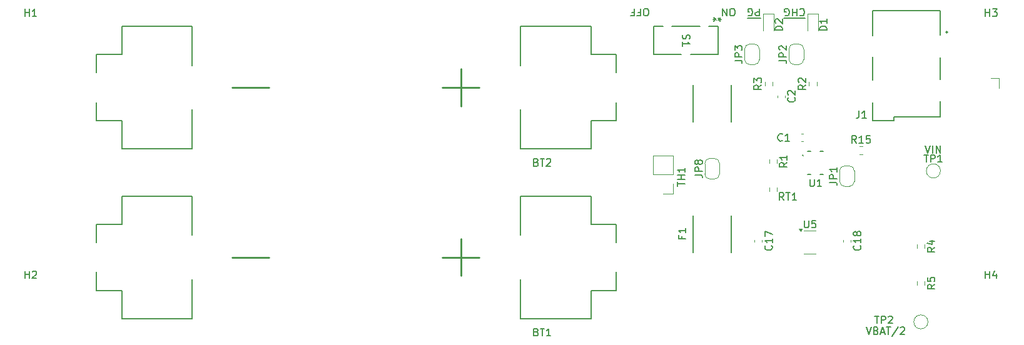
<source format=gbr>
%TF.GenerationSoftware,KiCad,Pcbnew,8.0.5*%
%TF.CreationDate,2024-12-07T16:14:34-08:00*%
%TF.ProjectId,newbatt,6e657762-6174-4742-9e6b-696361645f70,3*%
%TF.SameCoordinates,Original*%
%TF.FileFunction,Legend,Top*%
%TF.FilePolarity,Positive*%
%FSLAX46Y46*%
G04 Gerber Fmt 4.6, Leading zero omitted, Abs format (unit mm)*
G04 Created by KiCad (PCBNEW 8.0.5) date 2024-12-07 16:14:34*
%MOMM*%
%LPD*%
G01*
G04 APERTURE LIST*
%ADD10C,0.250000*%
%ADD11C,0.150000*%
%ADD12C,0.120000*%
%ADD13C,0.127000*%
%ADD14C,0.152400*%
%ADD15C,0.200000*%
G04 APERTURE END LIST*
D10*
X77750000Y-46500000D02*
X77750000Y-51500000D01*
X75250000Y-26000000D02*
X80250000Y-26000000D01*
X46750000Y-49000000D02*
X51750000Y-49000000D01*
X46750000Y-26000000D02*
X51750000Y-26000000D01*
X75250000Y-49000000D02*
X80250000Y-49000000D01*
X77750000Y-23500000D02*
X77750000Y-28500000D01*
D11*
X102902380Y-16295180D02*
X102711904Y-16295180D01*
X102711904Y-16295180D02*
X102616666Y-16247561D01*
X102616666Y-16247561D02*
X102521428Y-16152323D01*
X102521428Y-16152323D02*
X102473809Y-15961847D01*
X102473809Y-15961847D02*
X102473809Y-15628514D01*
X102473809Y-15628514D02*
X102521428Y-15438038D01*
X102521428Y-15438038D02*
X102616666Y-15342800D01*
X102616666Y-15342800D02*
X102711904Y-15295180D01*
X102711904Y-15295180D02*
X102902380Y-15295180D01*
X102902380Y-15295180D02*
X102997618Y-15342800D01*
X102997618Y-15342800D02*
X103092856Y-15438038D01*
X103092856Y-15438038D02*
X103140475Y-15628514D01*
X103140475Y-15628514D02*
X103140475Y-15961847D01*
X103140475Y-15961847D02*
X103092856Y-16152323D01*
X103092856Y-16152323D02*
X102997618Y-16247561D01*
X102997618Y-16247561D02*
X102902380Y-16295180D01*
X101711904Y-15818990D02*
X102045237Y-15818990D01*
X102045237Y-15295180D02*
X102045237Y-16295180D01*
X102045237Y-16295180D02*
X101569047Y-16295180D01*
X100854761Y-15818990D02*
X101188094Y-15818990D01*
X101188094Y-15295180D02*
X101188094Y-16295180D01*
X101188094Y-16295180D02*
X100711904Y-16295180D01*
X132607143Y-58454819D02*
X132940476Y-59454819D01*
X132940476Y-59454819D02*
X133273809Y-58454819D01*
X133940476Y-58931009D02*
X134083333Y-58978628D01*
X134083333Y-58978628D02*
X134130952Y-59026247D01*
X134130952Y-59026247D02*
X134178571Y-59121485D01*
X134178571Y-59121485D02*
X134178571Y-59264342D01*
X134178571Y-59264342D02*
X134130952Y-59359580D01*
X134130952Y-59359580D02*
X134083333Y-59407200D01*
X134083333Y-59407200D02*
X133988095Y-59454819D01*
X133988095Y-59454819D02*
X133607143Y-59454819D01*
X133607143Y-59454819D02*
X133607143Y-58454819D01*
X133607143Y-58454819D02*
X133940476Y-58454819D01*
X133940476Y-58454819D02*
X134035714Y-58502438D01*
X134035714Y-58502438D02*
X134083333Y-58550057D01*
X134083333Y-58550057D02*
X134130952Y-58645295D01*
X134130952Y-58645295D02*
X134130952Y-58740533D01*
X134130952Y-58740533D02*
X134083333Y-58835771D01*
X134083333Y-58835771D02*
X134035714Y-58883390D01*
X134035714Y-58883390D02*
X133940476Y-58931009D01*
X133940476Y-58931009D02*
X133607143Y-58931009D01*
X134559524Y-59169104D02*
X135035714Y-59169104D01*
X134464286Y-59454819D02*
X134797619Y-58454819D01*
X134797619Y-58454819D02*
X135130952Y-59454819D01*
X135321429Y-58454819D02*
X135892857Y-58454819D01*
X135607143Y-59454819D02*
X135607143Y-58454819D01*
X136940476Y-58407200D02*
X136083334Y-59692914D01*
X137226191Y-58550057D02*
X137273810Y-58502438D01*
X137273810Y-58502438D02*
X137369048Y-58454819D01*
X137369048Y-58454819D02*
X137607143Y-58454819D01*
X137607143Y-58454819D02*
X137702381Y-58502438D01*
X137702381Y-58502438D02*
X137750000Y-58550057D01*
X137750000Y-58550057D02*
X137797619Y-58645295D01*
X137797619Y-58645295D02*
X137797619Y-58740533D01*
X137797619Y-58740533D02*
X137750000Y-58883390D01*
X137750000Y-58883390D02*
X137178572Y-59454819D01*
X137178572Y-59454819D02*
X137797619Y-59454819D01*
X123614285Y-15390419D02*
X123661904Y-15342800D01*
X123661904Y-15342800D02*
X123804761Y-15295180D01*
X123804761Y-15295180D02*
X123899999Y-15295180D01*
X123899999Y-15295180D02*
X124042856Y-15342800D01*
X124042856Y-15342800D02*
X124138094Y-15438038D01*
X124138094Y-15438038D02*
X124185713Y-15533276D01*
X124185713Y-15533276D02*
X124233332Y-15723752D01*
X124233332Y-15723752D02*
X124233332Y-15866609D01*
X124233332Y-15866609D02*
X124185713Y-16057085D01*
X124185713Y-16057085D02*
X124138094Y-16152323D01*
X124138094Y-16152323D02*
X124042856Y-16247561D01*
X124042856Y-16247561D02*
X123899999Y-16295180D01*
X123899999Y-16295180D02*
X123804761Y-16295180D01*
X123804761Y-16295180D02*
X123661904Y-16247561D01*
X123661904Y-16247561D02*
X123614285Y-16199942D01*
X123185713Y-15295180D02*
X123185713Y-16295180D01*
X123185713Y-15818990D02*
X122614285Y-15818990D01*
X122614285Y-15295180D02*
X122614285Y-16295180D01*
X121614285Y-16247561D02*
X121709523Y-16295180D01*
X121709523Y-16295180D02*
X121852380Y-16295180D01*
X121852380Y-16295180D02*
X121995237Y-16247561D01*
X121995237Y-16247561D02*
X122090475Y-16152323D01*
X122090475Y-16152323D02*
X122138094Y-16057085D01*
X122138094Y-16057085D02*
X122185713Y-15866609D01*
X122185713Y-15866609D02*
X122185713Y-15723752D01*
X122185713Y-15723752D02*
X122138094Y-15533276D01*
X122138094Y-15533276D02*
X122090475Y-15438038D01*
X122090475Y-15438038D02*
X121995237Y-15342800D01*
X121995237Y-15342800D02*
X121852380Y-15295180D01*
X121852380Y-15295180D02*
X121757142Y-15295180D01*
X121757142Y-15295180D02*
X121614285Y-15342800D01*
X121614285Y-15342800D02*
X121566666Y-15390419D01*
X121566666Y-15390419D02*
X121566666Y-15723752D01*
X121566666Y-15723752D02*
X121757142Y-15723752D01*
X124323809Y-16572800D02*
X121476190Y-16572800D01*
X140604762Y-33854819D02*
X140938095Y-34854819D01*
X140938095Y-34854819D02*
X141271428Y-33854819D01*
X141604762Y-34854819D02*
X141604762Y-33854819D01*
X142080952Y-34854819D02*
X142080952Y-33854819D01*
X142080952Y-33854819D02*
X142652380Y-34854819D01*
X142652380Y-34854819D02*
X142652380Y-33854819D01*
X114569047Y-16295180D02*
X114378571Y-16295180D01*
X114378571Y-16295180D02*
X114283333Y-16247561D01*
X114283333Y-16247561D02*
X114188095Y-16152323D01*
X114188095Y-16152323D02*
X114140476Y-15961847D01*
X114140476Y-15961847D02*
X114140476Y-15628514D01*
X114140476Y-15628514D02*
X114188095Y-15438038D01*
X114188095Y-15438038D02*
X114283333Y-15342800D01*
X114283333Y-15342800D02*
X114378571Y-15295180D01*
X114378571Y-15295180D02*
X114569047Y-15295180D01*
X114569047Y-15295180D02*
X114664285Y-15342800D01*
X114664285Y-15342800D02*
X114759523Y-15438038D01*
X114759523Y-15438038D02*
X114807142Y-15628514D01*
X114807142Y-15628514D02*
X114807142Y-15961847D01*
X114807142Y-15961847D02*
X114759523Y-16152323D01*
X114759523Y-16152323D02*
X114664285Y-16247561D01*
X114664285Y-16247561D02*
X114569047Y-16295180D01*
X113711904Y-15295180D02*
X113711904Y-16295180D01*
X113711904Y-16295180D02*
X113140476Y-15295180D01*
X113140476Y-15295180D02*
X113140476Y-16295180D01*
X118161904Y-15295180D02*
X118161904Y-16295180D01*
X118161904Y-16295180D02*
X117780952Y-16295180D01*
X117780952Y-16295180D02*
X117685714Y-16247561D01*
X117685714Y-16247561D02*
X117638095Y-16199942D01*
X117638095Y-16199942D02*
X117590476Y-16104704D01*
X117590476Y-16104704D02*
X117590476Y-15961847D01*
X117590476Y-15961847D02*
X117638095Y-15866609D01*
X117638095Y-15866609D02*
X117685714Y-15818990D01*
X117685714Y-15818990D02*
X117780952Y-15771371D01*
X117780952Y-15771371D02*
X118161904Y-15771371D01*
X116638095Y-16247561D02*
X116733333Y-16295180D01*
X116733333Y-16295180D02*
X116876190Y-16295180D01*
X116876190Y-16295180D02*
X117019047Y-16247561D01*
X117019047Y-16247561D02*
X117114285Y-16152323D01*
X117114285Y-16152323D02*
X117161904Y-16057085D01*
X117161904Y-16057085D02*
X117209523Y-15866609D01*
X117209523Y-15866609D02*
X117209523Y-15723752D01*
X117209523Y-15723752D02*
X117161904Y-15533276D01*
X117161904Y-15533276D02*
X117114285Y-15438038D01*
X117114285Y-15438038D02*
X117019047Y-15342800D01*
X117019047Y-15342800D02*
X116876190Y-15295180D01*
X116876190Y-15295180D02*
X116780952Y-15295180D01*
X116780952Y-15295180D02*
X116638095Y-15342800D01*
X116638095Y-15342800D02*
X116590476Y-15390419D01*
X116590476Y-15390419D02*
X116590476Y-15723752D01*
X116590476Y-15723752D02*
X116780952Y-15723752D01*
X118300000Y-16572800D02*
X116500000Y-16572800D01*
X133738095Y-56954819D02*
X134309523Y-56954819D01*
X134023809Y-57954819D02*
X134023809Y-56954819D01*
X134642857Y-57954819D02*
X134642857Y-56954819D01*
X134642857Y-56954819D02*
X135023809Y-56954819D01*
X135023809Y-56954819D02*
X135119047Y-57002438D01*
X135119047Y-57002438D02*
X135166666Y-57050057D01*
X135166666Y-57050057D02*
X135214285Y-57145295D01*
X135214285Y-57145295D02*
X135214285Y-57288152D01*
X135214285Y-57288152D02*
X135166666Y-57383390D01*
X135166666Y-57383390D02*
X135119047Y-57431009D01*
X135119047Y-57431009D02*
X135023809Y-57478628D01*
X135023809Y-57478628D02*
X134642857Y-57478628D01*
X135595238Y-57050057D02*
X135642857Y-57002438D01*
X135642857Y-57002438D02*
X135738095Y-56954819D01*
X135738095Y-56954819D02*
X135976190Y-56954819D01*
X135976190Y-56954819D02*
X136071428Y-57002438D01*
X136071428Y-57002438D02*
X136119047Y-57050057D01*
X136119047Y-57050057D02*
X136166666Y-57145295D01*
X136166666Y-57145295D02*
X136166666Y-57240533D01*
X136166666Y-57240533D02*
X136119047Y-57383390D01*
X136119047Y-57383390D02*
X135547619Y-57954819D01*
X135547619Y-57954819D02*
X136166666Y-57954819D01*
X109404819Y-37833333D02*
X110119104Y-37833333D01*
X110119104Y-37833333D02*
X110261961Y-37880952D01*
X110261961Y-37880952D02*
X110357200Y-37976190D01*
X110357200Y-37976190D02*
X110404819Y-38119047D01*
X110404819Y-38119047D02*
X110404819Y-38214285D01*
X110404819Y-37357142D02*
X109404819Y-37357142D01*
X109404819Y-37357142D02*
X109404819Y-36976190D01*
X109404819Y-36976190D02*
X109452438Y-36880952D01*
X109452438Y-36880952D02*
X109500057Y-36833333D01*
X109500057Y-36833333D02*
X109595295Y-36785714D01*
X109595295Y-36785714D02*
X109738152Y-36785714D01*
X109738152Y-36785714D02*
X109833390Y-36833333D01*
X109833390Y-36833333D02*
X109881009Y-36880952D01*
X109881009Y-36880952D02*
X109928628Y-36976190D01*
X109928628Y-36976190D02*
X109928628Y-37357142D01*
X109833390Y-36214285D02*
X109785771Y-36309523D01*
X109785771Y-36309523D02*
X109738152Y-36357142D01*
X109738152Y-36357142D02*
X109642914Y-36404761D01*
X109642914Y-36404761D02*
X109595295Y-36404761D01*
X109595295Y-36404761D02*
X109500057Y-36357142D01*
X109500057Y-36357142D02*
X109452438Y-36309523D01*
X109452438Y-36309523D02*
X109404819Y-36214285D01*
X109404819Y-36214285D02*
X109404819Y-36023809D01*
X109404819Y-36023809D02*
X109452438Y-35928571D01*
X109452438Y-35928571D02*
X109500057Y-35880952D01*
X109500057Y-35880952D02*
X109595295Y-35833333D01*
X109595295Y-35833333D02*
X109642914Y-35833333D01*
X109642914Y-35833333D02*
X109738152Y-35880952D01*
X109738152Y-35880952D02*
X109785771Y-35928571D01*
X109785771Y-35928571D02*
X109833390Y-36023809D01*
X109833390Y-36023809D02*
X109833390Y-36214285D01*
X109833390Y-36214285D02*
X109881009Y-36309523D01*
X109881009Y-36309523D02*
X109928628Y-36357142D01*
X109928628Y-36357142D02*
X110023866Y-36404761D01*
X110023866Y-36404761D02*
X110214342Y-36404761D01*
X110214342Y-36404761D02*
X110309580Y-36357142D01*
X110309580Y-36357142D02*
X110357200Y-36309523D01*
X110357200Y-36309523D02*
X110404819Y-36214285D01*
X110404819Y-36214285D02*
X110404819Y-36023809D01*
X110404819Y-36023809D02*
X110357200Y-35928571D01*
X110357200Y-35928571D02*
X110309580Y-35880952D01*
X110309580Y-35880952D02*
X110214342Y-35833333D01*
X110214342Y-35833333D02*
X110023866Y-35833333D01*
X110023866Y-35833333D02*
X109928628Y-35880952D01*
X109928628Y-35880952D02*
X109881009Y-35928571D01*
X109881009Y-35928571D02*
X109833390Y-36023809D01*
X107666009Y-46138333D02*
X107666009Y-46471666D01*
X108189819Y-46471666D02*
X107189819Y-46471666D01*
X107189819Y-46471666D02*
X107189819Y-45995476D01*
X108189819Y-45090714D02*
X108189819Y-45662142D01*
X108189819Y-45376428D02*
X107189819Y-45376428D01*
X107189819Y-45376428D02*
X107332676Y-45471666D01*
X107332676Y-45471666D02*
X107427914Y-45566904D01*
X107427914Y-45566904D02*
X107475533Y-45662142D01*
X148738095Y-51854819D02*
X148738095Y-50854819D01*
X148738095Y-51331009D02*
X149309523Y-51331009D01*
X149309523Y-51854819D02*
X149309523Y-50854819D01*
X150214285Y-51188152D02*
X150214285Y-51854819D01*
X149976190Y-50807200D02*
X149738095Y-51521485D01*
X149738095Y-51521485D02*
X150357142Y-51521485D01*
X18738095Y-16354819D02*
X18738095Y-15354819D01*
X18738095Y-15831009D02*
X19309523Y-15831009D01*
X19309523Y-16354819D02*
X19309523Y-15354819D01*
X20309523Y-16354819D02*
X19738095Y-16354819D01*
X20023809Y-16354819D02*
X20023809Y-15354819D01*
X20023809Y-15354819D02*
X19928571Y-15497676D01*
X19928571Y-15497676D02*
X19833333Y-15592914D01*
X19833333Y-15592914D02*
X19738095Y-15640533D01*
X107792800Y-18854295D02*
X107745180Y-18997152D01*
X107745180Y-18997152D02*
X107745180Y-19235247D01*
X107745180Y-19235247D02*
X107792800Y-19330485D01*
X107792800Y-19330485D02*
X107840419Y-19378104D01*
X107840419Y-19378104D02*
X107935657Y-19425723D01*
X107935657Y-19425723D02*
X108030895Y-19425723D01*
X108030895Y-19425723D02*
X108126133Y-19378104D01*
X108126133Y-19378104D02*
X108173752Y-19330485D01*
X108173752Y-19330485D02*
X108221371Y-19235247D01*
X108221371Y-19235247D02*
X108268990Y-19044771D01*
X108268990Y-19044771D02*
X108316609Y-18949533D01*
X108316609Y-18949533D02*
X108364228Y-18901914D01*
X108364228Y-18901914D02*
X108459466Y-18854295D01*
X108459466Y-18854295D02*
X108554704Y-18854295D01*
X108554704Y-18854295D02*
X108649942Y-18901914D01*
X108649942Y-18901914D02*
X108697561Y-18949533D01*
X108697561Y-18949533D02*
X108745180Y-19044771D01*
X108745180Y-19044771D02*
X108745180Y-19282866D01*
X108745180Y-19282866D02*
X108697561Y-19425723D01*
X107745180Y-20378104D02*
X107745180Y-19806676D01*
X107745180Y-20092390D02*
X108745180Y-20092390D01*
X108745180Y-20092390D02*
X108602323Y-19997152D01*
X108602323Y-19997152D02*
X108507085Y-19901914D01*
X108507085Y-19901914D02*
X108459466Y-19806676D01*
X112946980Y-16746000D02*
X112708885Y-16746000D01*
X112804123Y-16507905D02*
X112708885Y-16746000D01*
X112708885Y-16746000D02*
X112804123Y-16984095D01*
X112518409Y-16603143D02*
X112708885Y-16746000D01*
X112708885Y-16746000D02*
X112518409Y-16888857D01*
X111856619Y-16745999D02*
X112094714Y-16745999D01*
X111999476Y-16984094D02*
X112094714Y-16745999D01*
X112094714Y-16745999D02*
X111999476Y-16507904D01*
X112285190Y-16888856D02*
X112094714Y-16745999D01*
X112094714Y-16745999D02*
X112285190Y-16603142D01*
X124424819Y-25666666D02*
X123948628Y-25999999D01*
X124424819Y-26238094D02*
X123424819Y-26238094D01*
X123424819Y-26238094D02*
X123424819Y-25857142D01*
X123424819Y-25857142D02*
X123472438Y-25761904D01*
X123472438Y-25761904D02*
X123520057Y-25714285D01*
X123520057Y-25714285D02*
X123615295Y-25666666D01*
X123615295Y-25666666D02*
X123758152Y-25666666D01*
X123758152Y-25666666D02*
X123853390Y-25714285D01*
X123853390Y-25714285D02*
X123901009Y-25761904D01*
X123901009Y-25761904D02*
X123948628Y-25857142D01*
X123948628Y-25857142D02*
X123948628Y-26238094D01*
X123520057Y-25285713D02*
X123472438Y-25238094D01*
X123472438Y-25238094D02*
X123424819Y-25142856D01*
X123424819Y-25142856D02*
X123424819Y-24904761D01*
X123424819Y-24904761D02*
X123472438Y-24809523D01*
X123472438Y-24809523D02*
X123520057Y-24761904D01*
X123520057Y-24761904D02*
X123615295Y-24714285D01*
X123615295Y-24714285D02*
X123710533Y-24714285D01*
X123710533Y-24714285D02*
X123853390Y-24761904D01*
X123853390Y-24761904D02*
X124424819Y-25333332D01*
X124424819Y-25333332D02*
X124424819Y-24714285D01*
X87949285Y-36121009D02*
X88092142Y-36168628D01*
X88092142Y-36168628D02*
X88139761Y-36216247D01*
X88139761Y-36216247D02*
X88187380Y-36311485D01*
X88187380Y-36311485D02*
X88187380Y-36454342D01*
X88187380Y-36454342D02*
X88139761Y-36549580D01*
X88139761Y-36549580D02*
X88092142Y-36597200D01*
X88092142Y-36597200D02*
X87996904Y-36644819D01*
X87996904Y-36644819D02*
X87615952Y-36644819D01*
X87615952Y-36644819D02*
X87615952Y-35644819D01*
X87615952Y-35644819D02*
X87949285Y-35644819D01*
X87949285Y-35644819D02*
X88044523Y-35692438D01*
X88044523Y-35692438D02*
X88092142Y-35740057D01*
X88092142Y-35740057D02*
X88139761Y-35835295D01*
X88139761Y-35835295D02*
X88139761Y-35930533D01*
X88139761Y-35930533D02*
X88092142Y-36025771D01*
X88092142Y-36025771D02*
X88044523Y-36073390D01*
X88044523Y-36073390D02*
X87949285Y-36121009D01*
X87949285Y-36121009D02*
X87615952Y-36121009D01*
X88473095Y-35644819D02*
X89044523Y-35644819D01*
X88758809Y-36644819D02*
X88758809Y-35644819D01*
X89330238Y-35740057D02*
X89377857Y-35692438D01*
X89377857Y-35692438D02*
X89473095Y-35644819D01*
X89473095Y-35644819D02*
X89711190Y-35644819D01*
X89711190Y-35644819D02*
X89806428Y-35692438D01*
X89806428Y-35692438D02*
X89854047Y-35740057D01*
X89854047Y-35740057D02*
X89901666Y-35835295D01*
X89901666Y-35835295D02*
X89901666Y-35930533D01*
X89901666Y-35930533D02*
X89854047Y-36073390D01*
X89854047Y-36073390D02*
X89282619Y-36644819D01*
X89282619Y-36644819D02*
X89901666Y-36644819D01*
X87949285Y-59121009D02*
X88092142Y-59168628D01*
X88092142Y-59168628D02*
X88139761Y-59216247D01*
X88139761Y-59216247D02*
X88187380Y-59311485D01*
X88187380Y-59311485D02*
X88187380Y-59454342D01*
X88187380Y-59454342D02*
X88139761Y-59549580D01*
X88139761Y-59549580D02*
X88092142Y-59597200D01*
X88092142Y-59597200D02*
X87996904Y-59644819D01*
X87996904Y-59644819D02*
X87615952Y-59644819D01*
X87615952Y-59644819D02*
X87615952Y-58644819D01*
X87615952Y-58644819D02*
X87949285Y-58644819D01*
X87949285Y-58644819D02*
X88044523Y-58692438D01*
X88044523Y-58692438D02*
X88092142Y-58740057D01*
X88092142Y-58740057D02*
X88139761Y-58835295D01*
X88139761Y-58835295D02*
X88139761Y-58930533D01*
X88139761Y-58930533D02*
X88092142Y-59025771D01*
X88092142Y-59025771D02*
X88044523Y-59073390D01*
X88044523Y-59073390D02*
X87949285Y-59121009D01*
X87949285Y-59121009D02*
X87615952Y-59121009D01*
X88473095Y-58644819D02*
X89044523Y-58644819D01*
X88758809Y-59644819D02*
X88758809Y-58644819D01*
X89901666Y-59644819D02*
X89330238Y-59644819D01*
X89615952Y-59644819D02*
X89615952Y-58644819D01*
X89615952Y-58644819D02*
X89520714Y-58787676D01*
X89520714Y-58787676D02*
X89425476Y-58882914D01*
X89425476Y-58882914D02*
X89330238Y-58930533D01*
X124238095Y-44004819D02*
X124238095Y-44814342D01*
X124238095Y-44814342D02*
X124285714Y-44909580D01*
X124285714Y-44909580D02*
X124333333Y-44957200D01*
X124333333Y-44957200D02*
X124428571Y-45004819D01*
X124428571Y-45004819D02*
X124619047Y-45004819D01*
X124619047Y-45004819D02*
X124714285Y-44957200D01*
X124714285Y-44957200D02*
X124761904Y-44909580D01*
X124761904Y-44909580D02*
X124809523Y-44814342D01*
X124809523Y-44814342D02*
X124809523Y-44004819D01*
X125761904Y-44004819D02*
X125285714Y-44004819D01*
X125285714Y-44004819D02*
X125238095Y-44481009D01*
X125238095Y-44481009D02*
X125285714Y-44433390D01*
X125285714Y-44433390D02*
X125380952Y-44385771D01*
X125380952Y-44385771D02*
X125619047Y-44385771D01*
X125619047Y-44385771D02*
X125714285Y-44433390D01*
X125714285Y-44433390D02*
X125761904Y-44481009D01*
X125761904Y-44481009D02*
X125809523Y-44576247D01*
X125809523Y-44576247D02*
X125809523Y-44814342D01*
X125809523Y-44814342D02*
X125761904Y-44909580D01*
X125761904Y-44909580D02*
X125714285Y-44957200D01*
X125714285Y-44957200D02*
X125619047Y-45004819D01*
X125619047Y-45004819D02*
X125380952Y-45004819D01*
X125380952Y-45004819D02*
X125285714Y-44957200D01*
X125285714Y-44957200D02*
X125238095Y-44909580D01*
X127654819Y-38833333D02*
X128369104Y-38833333D01*
X128369104Y-38833333D02*
X128511961Y-38880952D01*
X128511961Y-38880952D02*
X128607200Y-38976190D01*
X128607200Y-38976190D02*
X128654819Y-39119047D01*
X128654819Y-39119047D02*
X128654819Y-39214285D01*
X128654819Y-38357142D02*
X127654819Y-38357142D01*
X127654819Y-38357142D02*
X127654819Y-37976190D01*
X127654819Y-37976190D02*
X127702438Y-37880952D01*
X127702438Y-37880952D02*
X127750057Y-37833333D01*
X127750057Y-37833333D02*
X127845295Y-37785714D01*
X127845295Y-37785714D02*
X127988152Y-37785714D01*
X127988152Y-37785714D02*
X128083390Y-37833333D01*
X128083390Y-37833333D02*
X128131009Y-37880952D01*
X128131009Y-37880952D02*
X128178628Y-37976190D01*
X128178628Y-37976190D02*
X128178628Y-38357142D01*
X128654819Y-36833333D02*
X128654819Y-37404761D01*
X128654819Y-37119047D02*
X127654819Y-37119047D01*
X127654819Y-37119047D02*
X127797676Y-37214285D01*
X127797676Y-37214285D02*
X127892914Y-37309523D01*
X127892914Y-37309523D02*
X127940533Y-37404761D01*
X148738095Y-16354819D02*
X148738095Y-15354819D01*
X148738095Y-15831009D02*
X149309523Y-15831009D01*
X149309523Y-16354819D02*
X149309523Y-15354819D01*
X149690476Y-15354819D02*
X150309523Y-15354819D01*
X150309523Y-15354819D02*
X149976190Y-15735771D01*
X149976190Y-15735771D02*
X150119047Y-15735771D01*
X150119047Y-15735771D02*
X150214285Y-15783390D01*
X150214285Y-15783390D02*
X150261904Y-15831009D01*
X150261904Y-15831009D02*
X150309523Y-15926247D01*
X150309523Y-15926247D02*
X150309523Y-16164342D01*
X150309523Y-16164342D02*
X150261904Y-16259580D01*
X150261904Y-16259580D02*
X150214285Y-16307200D01*
X150214285Y-16307200D02*
X150119047Y-16354819D01*
X150119047Y-16354819D02*
X149833333Y-16354819D01*
X149833333Y-16354819D02*
X149738095Y-16307200D01*
X149738095Y-16307200D02*
X149690476Y-16259580D01*
X122889580Y-27366666D02*
X122937200Y-27414285D01*
X122937200Y-27414285D02*
X122984819Y-27557142D01*
X122984819Y-27557142D02*
X122984819Y-27652380D01*
X122984819Y-27652380D02*
X122937200Y-27795237D01*
X122937200Y-27795237D02*
X122841961Y-27890475D01*
X122841961Y-27890475D02*
X122746723Y-27938094D01*
X122746723Y-27938094D02*
X122556247Y-27985713D01*
X122556247Y-27985713D02*
X122413390Y-27985713D01*
X122413390Y-27985713D02*
X122222914Y-27938094D01*
X122222914Y-27938094D02*
X122127676Y-27890475D01*
X122127676Y-27890475D02*
X122032438Y-27795237D01*
X122032438Y-27795237D02*
X121984819Y-27652380D01*
X121984819Y-27652380D02*
X121984819Y-27557142D01*
X121984819Y-27557142D02*
X122032438Y-27414285D01*
X122032438Y-27414285D02*
X122080057Y-27366666D01*
X122080057Y-26985713D02*
X122032438Y-26938094D01*
X122032438Y-26938094D02*
X121984819Y-26842856D01*
X121984819Y-26842856D02*
X121984819Y-26604761D01*
X121984819Y-26604761D02*
X122032438Y-26509523D01*
X122032438Y-26509523D02*
X122080057Y-26461904D01*
X122080057Y-26461904D02*
X122175295Y-26414285D01*
X122175295Y-26414285D02*
X122270533Y-26414285D01*
X122270533Y-26414285D02*
X122413390Y-26461904D01*
X122413390Y-26461904D02*
X122984819Y-27033332D01*
X122984819Y-27033332D02*
X122984819Y-26414285D01*
X121258333Y-33159580D02*
X121210714Y-33207200D01*
X121210714Y-33207200D02*
X121067857Y-33254819D01*
X121067857Y-33254819D02*
X120972619Y-33254819D01*
X120972619Y-33254819D02*
X120829762Y-33207200D01*
X120829762Y-33207200D02*
X120734524Y-33111961D01*
X120734524Y-33111961D02*
X120686905Y-33016723D01*
X120686905Y-33016723D02*
X120639286Y-32826247D01*
X120639286Y-32826247D02*
X120639286Y-32683390D01*
X120639286Y-32683390D02*
X120686905Y-32492914D01*
X120686905Y-32492914D02*
X120734524Y-32397676D01*
X120734524Y-32397676D02*
X120829762Y-32302438D01*
X120829762Y-32302438D02*
X120972619Y-32254819D01*
X120972619Y-32254819D02*
X121067857Y-32254819D01*
X121067857Y-32254819D02*
X121210714Y-32302438D01*
X121210714Y-32302438D02*
X121258333Y-32350057D01*
X122210714Y-33254819D02*
X121639286Y-33254819D01*
X121925000Y-33254819D02*
X121925000Y-32254819D01*
X121925000Y-32254819D02*
X121829762Y-32397676D01*
X121829762Y-32397676D02*
X121734524Y-32492914D01*
X121734524Y-32492914D02*
X121639286Y-32540533D01*
X121884819Y-36166666D02*
X121408628Y-36499999D01*
X121884819Y-36738094D02*
X120884819Y-36738094D01*
X120884819Y-36738094D02*
X120884819Y-36357142D01*
X120884819Y-36357142D02*
X120932438Y-36261904D01*
X120932438Y-36261904D02*
X120980057Y-36214285D01*
X120980057Y-36214285D02*
X121075295Y-36166666D01*
X121075295Y-36166666D02*
X121218152Y-36166666D01*
X121218152Y-36166666D02*
X121313390Y-36214285D01*
X121313390Y-36214285D02*
X121361009Y-36261904D01*
X121361009Y-36261904D02*
X121408628Y-36357142D01*
X121408628Y-36357142D02*
X121408628Y-36738094D01*
X121884819Y-35214285D02*
X121884819Y-35785713D01*
X121884819Y-35499999D02*
X120884819Y-35499999D01*
X120884819Y-35499999D02*
X121027676Y-35595237D01*
X121027676Y-35595237D02*
X121122914Y-35690475D01*
X121122914Y-35690475D02*
X121170533Y-35785713D01*
X119789580Y-47417857D02*
X119837200Y-47465476D01*
X119837200Y-47465476D02*
X119884819Y-47608333D01*
X119884819Y-47608333D02*
X119884819Y-47703571D01*
X119884819Y-47703571D02*
X119837200Y-47846428D01*
X119837200Y-47846428D02*
X119741961Y-47941666D01*
X119741961Y-47941666D02*
X119646723Y-47989285D01*
X119646723Y-47989285D02*
X119456247Y-48036904D01*
X119456247Y-48036904D02*
X119313390Y-48036904D01*
X119313390Y-48036904D02*
X119122914Y-47989285D01*
X119122914Y-47989285D02*
X119027676Y-47941666D01*
X119027676Y-47941666D02*
X118932438Y-47846428D01*
X118932438Y-47846428D02*
X118884819Y-47703571D01*
X118884819Y-47703571D02*
X118884819Y-47608333D01*
X118884819Y-47608333D02*
X118932438Y-47465476D01*
X118932438Y-47465476D02*
X118980057Y-47417857D01*
X119884819Y-46465476D02*
X119884819Y-47036904D01*
X119884819Y-46751190D02*
X118884819Y-46751190D01*
X118884819Y-46751190D02*
X119027676Y-46846428D01*
X119027676Y-46846428D02*
X119122914Y-46941666D01*
X119122914Y-46941666D02*
X119170533Y-47036904D01*
X118884819Y-46132142D02*
X118884819Y-45465476D01*
X118884819Y-45465476D02*
X119884819Y-45894047D01*
X114804819Y-22333333D02*
X115519104Y-22333333D01*
X115519104Y-22333333D02*
X115661961Y-22380952D01*
X115661961Y-22380952D02*
X115757200Y-22476190D01*
X115757200Y-22476190D02*
X115804819Y-22619047D01*
X115804819Y-22619047D02*
X115804819Y-22714285D01*
X115804819Y-21857142D02*
X114804819Y-21857142D01*
X114804819Y-21857142D02*
X114804819Y-21476190D01*
X114804819Y-21476190D02*
X114852438Y-21380952D01*
X114852438Y-21380952D02*
X114900057Y-21333333D01*
X114900057Y-21333333D02*
X114995295Y-21285714D01*
X114995295Y-21285714D02*
X115138152Y-21285714D01*
X115138152Y-21285714D02*
X115233390Y-21333333D01*
X115233390Y-21333333D02*
X115281009Y-21380952D01*
X115281009Y-21380952D02*
X115328628Y-21476190D01*
X115328628Y-21476190D02*
X115328628Y-21857142D01*
X114804819Y-20952380D02*
X114804819Y-20333333D01*
X114804819Y-20333333D02*
X115185771Y-20666666D01*
X115185771Y-20666666D02*
X115185771Y-20523809D01*
X115185771Y-20523809D02*
X115233390Y-20428571D01*
X115233390Y-20428571D02*
X115281009Y-20380952D01*
X115281009Y-20380952D02*
X115376247Y-20333333D01*
X115376247Y-20333333D02*
X115614342Y-20333333D01*
X115614342Y-20333333D02*
X115709580Y-20380952D01*
X115709580Y-20380952D02*
X115757200Y-20428571D01*
X115757200Y-20428571D02*
X115804819Y-20523809D01*
X115804819Y-20523809D02*
X115804819Y-20809523D01*
X115804819Y-20809523D02*
X115757200Y-20904761D01*
X115757200Y-20904761D02*
X115709580Y-20952380D01*
X140438095Y-35106819D02*
X141009523Y-35106819D01*
X140723809Y-36106819D02*
X140723809Y-35106819D01*
X141342857Y-36106819D02*
X141342857Y-35106819D01*
X141342857Y-35106819D02*
X141723809Y-35106819D01*
X141723809Y-35106819D02*
X141819047Y-35154438D01*
X141819047Y-35154438D02*
X141866666Y-35202057D01*
X141866666Y-35202057D02*
X141914285Y-35297295D01*
X141914285Y-35297295D02*
X141914285Y-35440152D01*
X141914285Y-35440152D02*
X141866666Y-35535390D01*
X141866666Y-35535390D02*
X141819047Y-35583009D01*
X141819047Y-35583009D02*
X141723809Y-35630628D01*
X141723809Y-35630628D02*
X141342857Y-35630628D01*
X142866666Y-36106819D02*
X142295238Y-36106819D01*
X142580952Y-36106819D02*
X142580952Y-35106819D01*
X142580952Y-35106819D02*
X142485714Y-35249676D01*
X142485714Y-35249676D02*
X142390476Y-35344914D01*
X142390476Y-35344914D02*
X142295238Y-35392533D01*
X121284819Y-18238094D02*
X120284819Y-18238094D01*
X120284819Y-18238094D02*
X120284819Y-17999999D01*
X120284819Y-17999999D02*
X120332438Y-17857142D01*
X120332438Y-17857142D02*
X120427676Y-17761904D01*
X120427676Y-17761904D02*
X120522914Y-17714285D01*
X120522914Y-17714285D02*
X120713390Y-17666666D01*
X120713390Y-17666666D02*
X120856247Y-17666666D01*
X120856247Y-17666666D02*
X121046723Y-17714285D01*
X121046723Y-17714285D02*
X121141961Y-17761904D01*
X121141961Y-17761904D02*
X121237200Y-17857142D01*
X121237200Y-17857142D02*
X121284819Y-17999999D01*
X121284819Y-17999999D02*
X121284819Y-18238094D01*
X120380057Y-17285713D02*
X120332438Y-17238094D01*
X120332438Y-17238094D02*
X120284819Y-17142856D01*
X120284819Y-17142856D02*
X120284819Y-16904761D01*
X120284819Y-16904761D02*
X120332438Y-16809523D01*
X120332438Y-16809523D02*
X120380057Y-16761904D01*
X120380057Y-16761904D02*
X120475295Y-16714285D01*
X120475295Y-16714285D02*
X120570533Y-16714285D01*
X120570533Y-16714285D02*
X120713390Y-16761904D01*
X120713390Y-16761904D02*
X121284819Y-17333332D01*
X121284819Y-17333332D02*
X121284819Y-16714285D01*
X121452380Y-41254819D02*
X121119047Y-40778628D01*
X120880952Y-41254819D02*
X120880952Y-40254819D01*
X120880952Y-40254819D02*
X121261904Y-40254819D01*
X121261904Y-40254819D02*
X121357142Y-40302438D01*
X121357142Y-40302438D02*
X121404761Y-40350057D01*
X121404761Y-40350057D02*
X121452380Y-40445295D01*
X121452380Y-40445295D02*
X121452380Y-40588152D01*
X121452380Y-40588152D02*
X121404761Y-40683390D01*
X121404761Y-40683390D02*
X121357142Y-40731009D01*
X121357142Y-40731009D02*
X121261904Y-40778628D01*
X121261904Y-40778628D02*
X120880952Y-40778628D01*
X121738095Y-40254819D02*
X122309523Y-40254819D01*
X122023809Y-41254819D02*
X122023809Y-40254819D01*
X123166666Y-41254819D02*
X122595238Y-41254819D01*
X122880952Y-41254819D02*
X122880952Y-40254819D01*
X122880952Y-40254819D02*
X122785714Y-40397676D01*
X122785714Y-40397676D02*
X122690476Y-40492914D01*
X122690476Y-40492914D02*
X122595238Y-40540533D01*
X131616666Y-29154819D02*
X131616666Y-29869104D01*
X131616666Y-29869104D02*
X131569047Y-30011961D01*
X131569047Y-30011961D02*
X131473809Y-30107200D01*
X131473809Y-30107200D02*
X131330952Y-30154819D01*
X131330952Y-30154819D02*
X131235714Y-30154819D01*
X132616666Y-30154819D02*
X132045238Y-30154819D01*
X132330952Y-30154819D02*
X132330952Y-29154819D01*
X132330952Y-29154819D02*
X132235714Y-29297676D01*
X132235714Y-29297676D02*
X132140476Y-29392914D01*
X132140476Y-29392914D02*
X132045238Y-29440533D01*
X124988095Y-38417419D02*
X124988095Y-39226942D01*
X124988095Y-39226942D02*
X125035714Y-39322180D01*
X125035714Y-39322180D02*
X125083333Y-39369800D01*
X125083333Y-39369800D02*
X125178571Y-39417419D01*
X125178571Y-39417419D02*
X125369047Y-39417419D01*
X125369047Y-39417419D02*
X125464285Y-39369800D01*
X125464285Y-39369800D02*
X125511904Y-39322180D01*
X125511904Y-39322180D02*
X125559523Y-39226942D01*
X125559523Y-39226942D02*
X125559523Y-38417419D01*
X126559523Y-39417419D02*
X125988095Y-39417419D01*
X126273809Y-39417419D02*
X126273809Y-38417419D01*
X126273809Y-38417419D02*
X126178571Y-38560276D01*
X126178571Y-38560276D02*
X126083333Y-38655514D01*
X126083333Y-38655514D02*
X125988095Y-38703133D01*
X118424819Y-25666666D02*
X117948628Y-25999999D01*
X118424819Y-26238094D02*
X117424819Y-26238094D01*
X117424819Y-26238094D02*
X117424819Y-25857142D01*
X117424819Y-25857142D02*
X117472438Y-25761904D01*
X117472438Y-25761904D02*
X117520057Y-25714285D01*
X117520057Y-25714285D02*
X117615295Y-25666666D01*
X117615295Y-25666666D02*
X117758152Y-25666666D01*
X117758152Y-25666666D02*
X117853390Y-25714285D01*
X117853390Y-25714285D02*
X117901009Y-25761904D01*
X117901009Y-25761904D02*
X117948628Y-25857142D01*
X117948628Y-25857142D02*
X117948628Y-26238094D01*
X117424819Y-25333332D02*
X117424819Y-24714285D01*
X117424819Y-24714285D02*
X117805771Y-25047618D01*
X117805771Y-25047618D02*
X117805771Y-24904761D01*
X117805771Y-24904761D02*
X117853390Y-24809523D01*
X117853390Y-24809523D02*
X117901009Y-24761904D01*
X117901009Y-24761904D02*
X117996247Y-24714285D01*
X117996247Y-24714285D02*
X118234342Y-24714285D01*
X118234342Y-24714285D02*
X118329580Y-24761904D01*
X118329580Y-24761904D02*
X118377200Y-24809523D01*
X118377200Y-24809523D02*
X118424819Y-24904761D01*
X118424819Y-24904761D02*
X118424819Y-25190475D01*
X118424819Y-25190475D02*
X118377200Y-25285713D01*
X118377200Y-25285713D02*
X118329580Y-25333332D01*
X120804819Y-22333333D02*
X121519104Y-22333333D01*
X121519104Y-22333333D02*
X121661961Y-22380952D01*
X121661961Y-22380952D02*
X121757200Y-22476190D01*
X121757200Y-22476190D02*
X121804819Y-22619047D01*
X121804819Y-22619047D02*
X121804819Y-22714285D01*
X121804819Y-21857142D02*
X120804819Y-21857142D01*
X120804819Y-21857142D02*
X120804819Y-21476190D01*
X120804819Y-21476190D02*
X120852438Y-21380952D01*
X120852438Y-21380952D02*
X120900057Y-21333333D01*
X120900057Y-21333333D02*
X120995295Y-21285714D01*
X120995295Y-21285714D02*
X121138152Y-21285714D01*
X121138152Y-21285714D02*
X121233390Y-21333333D01*
X121233390Y-21333333D02*
X121281009Y-21380952D01*
X121281009Y-21380952D02*
X121328628Y-21476190D01*
X121328628Y-21476190D02*
X121328628Y-21857142D01*
X120900057Y-20904761D02*
X120852438Y-20857142D01*
X120852438Y-20857142D02*
X120804819Y-20761904D01*
X120804819Y-20761904D02*
X120804819Y-20523809D01*
X120804819Y-20523809D02*
X120852438Y-20428571D01*
X120852438Y-20428571D02*
X120900057Y-20380952D01*
X120900057Y-20380952D02*
X120995295Y-20333333D01*
X120995295Y-20333333D02*
X121090533Y-20333333D01*
X121090533Y-20333333D02*
X121233390Y-20380952D01*
X121233390Y-20380952D02*
X121804819Y-20952380D01*
X121804819Y-20952380D02*
X121804819Y-20333333D01*
X127284819Y-18238094D02*
X126284819Y-18238094D01*
X126284819Y-18238094D02*
X126284819Y-17999999D01*
X126284819Y-17999999D02*
X126332438Y-17857142D01*
X126332438Y-17857142D02*
X126427676Y-17761904D01*
X126427676Y-17761904D02*
X126522914Y-17714285D01*
X126522914Y-17714285D02*
X126713390Y-17666666D01*
X126713390Y-17666666D02*
X126856247Y-17666666D01*
X126856247Y-17666666D02*
X127046723Y-17714285D01*
X127046723Y-17714285D02*
X127141961Y-17761904D01*
X127141961Y-17761904D02*
X127237200Y-17857142D01*
X127237200Y-17857142D02*
X127284819Y-17999999D01*
X127284819Y-17999999D02*
X127284819Y-18238094D01*
X127284819Y-16714285D02*
X127284819Y-17285713D01*
X127284819Y-16999999D02*
X126284819Y-16999999D01*
X126284819Y-16999999D02*
X126427676Y-17095237D01*
X126427676Y-17095237D02*
X126522914Y-17190475D01*
X126522914Y-17190475D02*
X126570533Y-17285713D01*
X107054819Y-39360713D02*
X107054819Y-38789285D01*
X108054819Y-39074999D02*
X107054819Y-39074999D01*
X108054819Y-38455951D02*
X107054819Y-38455951D01*
X107531009Y-38455951D02*
X107531009Y-37884523D01*
X108054819Y-37884523D02*
X107054819Y-37884523D01*
X108054819Y-36884523D02*
X108054819Y-37455951D01*
X108054819Y-37170237D02*
X107054819Y-37170237D01*
X107054819Y-37170237D02*
X107197676Y-37265475D01*
X107197676Y-37265475D02*
X107292914Y-37360713D01*
X107292914Y-37360713D02*
X107340533Y-37455951D01*
X141884819Y-47666666D02*
X141408628Y-47999999D01*
X141884819Y-48238094D02*
X140884819Y-48238094D01*
X140884819Y-48238094D02*
X140884819Y-47857142D01*
X140884819Y-47857142D02*
X140932438Y-47761904D01*
X140932438Y-47761904D02*
X140980057Y-47714285D01*
X140980057Y-47714285D02*
X141075295Y-47666666D01*
X141075295Y-47666666D02*
X141218152Y-47666666D01*
X141218152Y-47666666D02*
X141313390Y-47714285D01*
X141313390Y-47714285D02*
X141361009Y-47761904D01*
X141361009Y-47761904D02*
X141408628Y-47857142D01*
X141408628Y-47857142D02*
X141408628Y-48238094D01*
X141218152Y-46809523D02*
X141884819Y-46809523D01*
X140837200Y-47047618D02*
X141551485Y-47285713D01*
X141551485Y-47285713D02*
X141551485Y-46666666D01*
X141884819Y-52666666D02*
X141408628Y-52999999D01*
X141884819Y-53238094D02*
X140884819Y-53238094D01*
X140884819Y-53238094D02*
X140884819Y-52857142D01*
X140884819Y-52857142D02*
X140932438Y-52761904D01*
X140932438Y-52761904D02*
X140980057Y-52714285D01*
X140980057Y-52714285D02*
X141075295Y-52666666D01*
X141075295Y-52666666D02*
X141218152Y-52666666D01*
X141218152Y-52666666D02*
X141313390Y-52714285D01*
X141313390Y-52714285D02*
X141361009Y-52761904D01*
X141361009Y-52761904D02*
X141408628Y-52857142D01*
X141408628Y-52857142D02*
X141408628Y-53238094D01*
X140884819Y-51761904D02*
X140884819Y-52238094D01*
X140884819Y-52238094D02*
X141361009Y-52285713D01*
X141361009Y-52285713D02*
X141313390Y-52238094D01*
X141313390Y-52238094D02*
X141265771Y-52142856D01*
X141265771Y-52142856D02*
X141265771Y-51904761D01*
X141265771Y-51904761D02*
X141313390Y-51809523D01*
X141313390Y-51809523D02*
X141361009Y-51761904D01*
X141361009Y-51761904D02*
X141456247Y-51714285D01*
X141456247Y-51714285D02*
X141694342Y-51714285D01*
X141694342Y-51714285D02*
X141789580Y-51761904D01*
X141789580Y-51761904D02*
X141837200Y-51809523D01*
X141837200Y-51809523D02*
X141884819Y-51904761D01*
X141884819Y-51904761D02*
X141884819Y-52142856D01*
X141884819Y-52142856D02*
X141837200Y-52238094D01*
X141837200Y-52238094D02*
X141789580Y-52285713D01*
X131257142Y-33524819D02*
X130923809Y-33048628D01*
X130685714Y-33524819D02*
X130685714Y-32524819D01*
X130685714Y-32524819D02*
X131066666Y-32524819D01*
X131066666Y-32524819D02*
X131161904Y-32572438D01*
X131161904Y-32572438D02*
X131209523Y-32620057D01*
X131209523Y-32620057D02*
X131257142Y-32715295D01*
X131257142Y-32715295D02*
X131257142Y-32858152D01*
X131257142Y-32858152D02*
X131209523Y-32953390D01*
X131209523Y-32953390D02*
X131161904Y-33001009D01*
X131161904Y-33001009D02*
X131066666Y-33048628D01*
X131066666Y-33048628D02*
X130685714Y-33048628D01*
X132209523Y-33524819D02*
X131638095Y-33524819D01*
X131923809Y-33524819D02*
X131923809Y-32524819D01*
X131923809Y-32524819D02*
X131828571Y-32667676D01*
X131828571Y-32667676D02*
X131733333Y-32762914D01*
X131733333Y-32762914D02*
X131638095Y-32810533D01*
X133114285Y-32524819D02*
X132638095Y-32524819D01*
X132638095Y-32524819D02*
X132590476Y-33001009D01*
X132590476Y-33001009D02*
X132638095Y-32953390D01*
X132638095Y-32953390D02*
X132733333Y-32905771D01*
X132733333Y-32905771D02*
X132971428Y-32905771D01*
X132971428Y-32905771D02*
X133066666Y-32953390D01*
X133066666Y-32953390D02*
X133114285Y-33001009D01*
X133114285Y-33001009D02*
X133161904Y-33096247D01*
X133161904Y-33096247D02*
X133161904Y-33334342D01*
X133161904Y-33334342D02*
X133114285Y-33429580D01*
X133114285Y-33429580D02*
X133066666Y-33477200D01*
X133066666Y-33477200D02*
X132971428Y-33524819D01*
X132971428Y-33524819D02*
X132733333Y-33524819D01*
X132733333Y-33524819D02*
X132638095Y-33477200D01*
X132638095Y-33477200D02*
X132590476Y-33429580D01*
X18738095Y-51854819D02*
X18738095Y-50854819D01*
X18738095Y-51331009D02*
X19309523Y-51331009D01*
X19309523Y-51854819D02*
X19309523Y-50854819D01*
X19738095Y-50950057D02*
X19785714Y-50902438D01*
X19785714Y-50902438D02*
X19880952Y-50854819D01*
X19880952Y-50854819D02*
X20119047Y-50854819D01*
X20119047Y-50854819D02*
X20214285Y-50902438D01*
X20214285Y-50902438D02*
X20261904Y-50950057D01*
X20261904Y-50950057D02*
X20309523Y-51045295D01*
X20309523Y-51045295D02*
X20309523Y-51140533D01*
X20309523Y-51140533D02*
X20261904Y-51283390D01*
X20261904Y-51283390D02*
X19690476Y-51854819D01*
X19690476Y-51854819D02*
X20309523Y-51854819D01*
X131789580Y-47417857D02*
X131837200Y-47465476D01*
X131837200Y-47465476D02*
X131884819Y-47608333D01*
X131884819Y-47608333D02*
X131884819Y-47703571D01*
X131884819Y-47703571D02*
X131837200Y-47846428D01*
X131837200Y-47846428D02*
X131741961Y-47941666D01*
X131741961Y-47941666D02*
X131646723Y-47989285D01*
X131646723Y-47989285D02*
X131456247Y-48036904D01*
X131456247Y-48036904D02*
X131313390Y-48036904D01*
X131313390Y-48036904D02*
X131122914Y-47989285D01*
X131122914Y-47989285D02*
X131027676Y-47941666D01*
X131027676Y-47941666D02*
X130932438Y-47846428D01*
X130932438Y-47846428D02*
X130884819Y-47703571D01*
X130884819Y-47703571D02*
X130884819Y-47608333D01*
X130884819Y-47608333D02*
X130932438Y-47465476D01*
X130932438Y-47465476D02*
X130980057Y-47417857D01*
X131884819Y-46465476D02*
X131884819Y-47036904D01*
X131884819Y-46751190D02*
X130884819Y-46751190D01*
X130884819Y-46751190D02*
X131027676Y-46846428D01*
X131027676Y-46846428D02*
X131122914Y-46941666D01*
X131122914Y-46941666D02*
X131170533Y-47036904D01*
X131313390Y-45894047D02*
X131265771Y-45989285D01*
X131265771Y-45989285D02*
X131218152Y-46036904D01*
X131218152Y-46036904D02*
X131122914Y-46084523D01*
X131122914Y-46084523D02*
X131075295Y-46084523D01*
X131075295Y-46084523D02*
X130980057Y-46036904D01*
X130980057Y-46036904D02*
X130932438Y-45989285D01*
X130932438Y-45989285D02*
X130884819Y-45894047D01*
X130884819Y-45894047D02*
X130884819Y-45703571D01*
X130884819Y-45703571D02*
X130932438Y-45608333D01*
X130932438Y-45608333D02*
X130980057Y-45560714D01*
X130980057Y-45560714D02*
X131075295Y-45513095D01*
X131075295Y-45513095D02*
X131122914Y-45513095D01*
X131122914Y-45513095D02*
X131218152Y-45560714D01*
X131218152Y-45560714D02*
X131265771Y-45608333D01*
X131265771Y-45608333D02*
X131313390Y-45703571D01*
X131313390Y-45703571D02*
X131313390Y-45894047D01*
X131313390Y-45894047D02*
X131361009Y-45989285D01*
X131361009Y-45989285D02*
X131408628Y-46036904D01*
X131408628Y-46036904D02*
X131503866Y-46084523D01*
X131503866Y-46084523D02*
X131694342Y-46084523D01*
X131694342Y-46084523D02*
X131789580Y-46036904D01*
X131789580Y-46036904D02*
X131837200Y-45989285D01*
X131837200Y-45989285D02*
X131884819Y-45894047D01*
X131884819Y-45894047D02*
X131884819Y-45703571D01*
X131884819Y-45703571D02*
X131837200Y-45608333D01*
X131837200Y-45608333D02*
X131789580Y-45560714D01*
X131789580Y-45560714D02*
X131694342Y-45513095D01*
X131694342Y-45513095D02*
X131503866Y-45513095D01*
X131503866Y-45513095D02*
X131408628Y-45560714D01*
X131408628Y-45560714D02*
X131361009Y-45608333D01*
X131361009Y-45608333D02*
X131313390Y-45703571D01*
D12*
%TO.C,TP2*%
X140950000Y-57750000D02*
G75*
G02*
X139050000Y-57750000I-950000J0D01*
G01*
X139050000Y-57750000D02*
G75*
G02*
X140950000Y-57750000I950000J0D01*
G01*
%TO.C,JP8*%
X110750000Y-37700000D02*
X110750000Y-36300000D01*
X111450000Y-35600000D02*
X112050000Y-35600000D01*
X112050000Y-38400000D02*
X111450000Y-38400000D01*
X112750000Y-36300000D02*
X112750000Y-37700000D01*
X110750000Y-36300000D02*
G75*
G02*
X111450000Y-35600000I700000J0D01*
G01*
X111450000Y-38400000D02*
G75*
G02*
X110750000Y-37700000I-1J699999D01*
G01*
X112050000Y-35600000D02*
G75*
G02*
X112750000Y-36300000I0J-700000D01*
G01*
X112750000Y-37700000D02*
G75*
G02*
X112050000Y-38400000I-699999J-1D01*
G01*
D13*
%TO.C,F1*%
X109145000Y-30650000D02*
X109145000Y-25650000D01*
X109145000Y-48350000D02*
X109145000Y-43350000D01*
X114355000Y-25650000D02*
X114355000Y-30650000D01*
X114355000Y-43350000D02*
X114355000Y-48350000D01*
D14*
%TO.C,S1*%
X103818500Y-17736600D02*
X103818500Y-21495800D01*
X103818500Y-21495800D02*
X107587860Y-21495800D01*
X105087860Y-17736600D02*
X103818500Y-17736600D01*
X108812140Y-21495800D02*
X112581500Y-21495800D01*
X110087860Y-17736600D02*
X106312140Y-17736600D01*
X112581500Y-17736600D02*
X111312140Y-17736600D01*
X112581500Y-21495800D02*
X112581500Y-17736600D01*
D12*
%TO.C,R2*%
X124877500Y-25737258D02*
X124877500Y-25262742D01*
X125922500Y-25737258D02*
X125922500Y-25262742D01*
D13*
%TO.C,BT2*%
X28385000Y-21500000D02*
X28385000Y-24000000D01*
X28385000Y-21500000D02*
X31835000Y-21500000D01*
X28385000Y-30500000D02*
X28385000Y-28000000D01*
X28385000Y-30500000D02*
X31835000Y-30500000D01*
X31835000Y-17700000D02*
X41385000Y-17700000D01*
X31835000Y-21500000D02*
X31835000Y-17700000D01*
X31835000Y-30500000D02*
X31835000Y-34300000D01*
X31835000Y-34300000D02*
X41385000Y-34300000D01*
X41385000Y-17700000D02*
X41385000Y-23000000D01*
X41385000Y-34300000D02*
X41385000Y-29000000D01*
X85785000Y-17700000D02*
X85785000Y-23000000D01*
X85785000Y-34300000D02*
X85785000Y-29000000D01*
X95335000Y-17700000D02*
X85785000Y-17700000D01*
X95335000Y-21500000D02*
X95335000Y-17700000D01*
X95335000Y-30500000D02*
X95335000Y-34300000D01*
X95335000Y-34300000D02*
X85785000Y-34300000D01*
X98785000Y-21500000D02*
X95335000Y-21500000D01*
X98785000Y-21500000D02*
X98785000Y-24000000D01*
X98785000Y-30500000D02*
X95335000Y-30500000D01*
X98785000Y-30500000D02*
X98785000Y-28000000D01*
%TO.C,BT1*%
X28385000Y-44500000D02*
X28385000Y-47000000D01*
X28385000Y-44500000D02*
X31835000Y-44500000D01*
X28385000Y-53500000D02*
X28385000Y-51000000D01*
X28385000Y-53500000D02*
X31835000Y-53500000D01*
X31835000Y-40700000D02*
X41385000Y-40700000D01*
X31835000Y-44500000D02*
X31835000Y-40700000D01*
X31835000Y-53500000D02*
X31835000Y-57300000D01*
X31835000Y-57300000D02*
X41385000Y-57300000D01*
X41385000Y-40700000D02*
X41385000Y-46000000D01*
X41385000Y-57300000D02*
X41385000Y-52000000D01*
X85785000Y-40700000D02*
X85785000Y-46000000D01*
X85785000Y-57300000D02*
X85785000Y-52000000D01*
X95335000Y-40700000D02*
X85785000Y-40700000D01*
X95335000Y-44500000D02*
X95335000Y-40700000D01*
X95335000Y-53500000D02*
X95335000Y-57300000D01*
X95335000Y-57300000D02*
X85785000Y-57300000D01*
X98785000Y-44500000D02*
X95335000Y-44500000D01*
X98785000Y-44500000D02*
X98785000Y-47000000D01*
X98785000Y-53500000D02*
X95335000Y-53500000D01*
X98785000Y-53500000D02*
X98785000Y-51000000D01*
D12*
%TO.C,U5*%
X125000000Y-45390000D02*
X124200000Y-45390000D01*
X125000000Y-45390000D02*
X125800000Y-45390000D01*
X125000000Y-48510000D02*
X124200000Y-48510000D01*
X125000000Y-48510000D02*
X125800000Y-48510000D01*
X123700000Y-45440000D02*
X123460000Y-45110000D01*
X123940000Y-45110000D01*
X123700000Y-45440000D01*
G36*
X123700000Y-45440000D02*
G01*
X123460000Y-45110000D01*
X123940000Y-45110000D01*
X123700000Y-45440000D01*
G37*
%TO.C,JP1*%
X129000000Y-38700000D02*
X129000000Y-37300000D01*
X129700000Y-36600000D02*
X130300000Y-36600000D01*
X130300000Y-39400000D02*
X129700000Y-39400000D01*
X131000000Y-37300000D02*
X131000000Y-38700000D01*
X129000000Y-37300000D02*
G75*
G02*
X129700000Y-36600000I700000J0D01*
G01*
X129700000Y-39400000D02*
G75*
G02*
X129000000Y-38700000I-1J699999D01*
G01*
X130300000Y-36600000D02*
G75*
G02*
X131000000Y-37300000I0J-700000D01*
G01*
X131000000Y-38700000D02*
G75*
G02*
X130300000Y-39400000I-699999J-1D01*
G01*
%TO.C,C2*%
X120590000Y-27059420D02*
X120590000Y-27340580D01*
X121610000Y-27059420D02*
X121610000Y-27340580D01*
%TO.C,C1*%
X124065580Y-32290000D02*
X123784420Y-32290000D01*
X124065580Y-33310000D02*
X123784420Y-33310000D01*
%TO.C,R1*%
X119477500Y-35762742D02*
X119477500Y-36237258D01*
X120522500Y-35762742D02*
X120522500Y-36237258D01*
%TO.C,C17*%
X117490000Y-46634420D02*
X117490000Y-46915580D01*
X118510000Y-46634420D02*
X118510000Y-46915580D01*
%TO.C,J2*%
X149500000Y-24740000D02*
X150610000Y-24740000D01*
X150610000Y-24740000D02*
X150610000Y-26070000D01*
%TO.C,JP3*%
X116150000Y-22200000D02*
X116150000Y-20800000D01*
X116850000Y-20100000D02*
X117450000Y-20100000D01*
X117450000Y-22900000D02*
X116850000Y-22900000D01*
X118150000Y-20800000D02*
X118150000Y-22200000D01*
X116150000Y-20800000D02*
G75*
G02*
X116850000Y-20100000I700000J0D01*
G01*
X116850000Y-22900000D02*
G75*
G02*
X116150000Y-22200000I-1J699999D01*
G01*
X117450000Y-20100000D02*
G75*
G02*
X118150000Y-20800000I0J-700000D01*
G01*
X118150000Y-22200000D02*
G75*
G02*
X117450000Y-22900000I-699999J-1D01*
G01*
%TO.C,TP1*%
X142650000Y-37300000D02*
G75*
G02*
X140750000Y-37300000I-950000J0D01*
G01*
X140750000Y-37300000D02*
G75*
G02*
X142650000Y-37300000I950000J0D01*
G01*
%TO.C,D2*%
X118665000Y-16015000D02*
X118665000Y-18300000D01*
X120135000Y-16015000D02*
X118665000Y-16015000D01*
X120135000Y-18300000D02*
X120135000Y-16015000D01*
%TO.C,RT1*%
X119477500Y-39562742D02*
X119477500Y-40037258D01*
X120522500Y-39562742D02*
X120522500Y-40037258D01*
D13*
%TO.C,J1*%
X133500000Y-15600000D02*
X133500000Y-18950000D01*
X133500000Y-25000000D02*
X133500000Y-21850000D01*
X133500000Y-30500000D02*
X133500000Y-28000000D01*
X136350000Y-30500000D02*
X133500000Y-30500000D01*
X136350000Y-30500000D02*
X136350000Y-30000000D01*
X142600000Y-15600000D02*
X133500000Y-15600000D01*
X142600000Y-15600000D02*
X142600000Y-18900000D01*
X142600000Y-24900000D02*
X142600000Y-21900000D01*
X142600000Y-27900000D02*
X142600000Y-30000000D01*
X142600000Y-30000000D02*
X136350000Y-30000000D01*
D15*
X143600000Y-18500000D02*
G75*
G02*
X143400000Y-18500000I-100000J0D01*
G01*
X143400000Y-18500000D02*
G75*
G02*
X143600000Y-18500000I100000J0D01*
G01*
D14*
%TO.C,U1*%
X124695900Y-37762000D02*
X125120747Y-37762000D01*
X125120747Y-34663200D02*
X124695900Y-34663200D01*
X126379253Y-37762000D02*
X126804100Y-37762000D01*
X126804100Y-34663200D02*
X126379253Y-34663200D01*
X124058360Y-35286429D02*
G75*
G02*
X124058360Y-35138771I-18860J73829D01*
G01*
D12*
%TO.C,R3*%
X118877500Y-25737258D02*
X118877500Y-25262742D01*
X119922500Y-25737258D02*
X119922500Y-25262742D01*
%TO.C,JP2*%
X122150000Y-22200000D02*
X122150000Y-20800000D01*
X122850000Y-20100000D02*
X123450000Y-20100000D01*
X123450000Y-22900000D02*
X122850000Y-22900000D01*
X124150000Y-20800000D02*
X124150000Y-22200000D01*
X122150000Y-20800000D02*
G75*
G02*
X122850000Y-20100000I700000J0D01*
G01*
X122850000Y-22900000D02*
G75*
G02*
X122150000Y-22200000I-1J699999D01*
G01*
X123450000Y-20100000D02*
G75*
G02*
X124150000Y-20800000I0J-700000D01*
G01*
X124150000Y-22200000D02*
G75*
G02*
X123450000Y-22900000I-699999J-1D01*
G01*
%TO.C,D1*%
X124665000Y-16015000D02*
X124665000Y-18300000D01*
X126135000Y-16015000D02*
X124665000Y-16015000D01*
X126135000Y-18300000D02*
X126135000Y-16015000D01*
%TO.C,TH1*%
X103770000Y-37805000D02*
X103770000Y-35205000D01*
X106430000Y-35205000D02*
X103770000Y-35205000D01*
X106430000Y-37805000D02*
X103770000Y-37805000D01*
X106430000Y-37805000D02*
X106430000Y-35205000D01*
X106430000Y-39075000D02*
X106430000Y-40405000D01*
X106430000Y-40405000D02*
X105100000Y-40405000D01*
%TO.C,R4*%
X139477500Y-47262742D02*
X139477500Y-47737258D01*
X140522500Y-47262742D02*
X140522500Y-47737258D01*
%TO.C,R5*%
X139477500Y-52262742D02*
X139477500Y-52737258D01*
X140522500Y-52262742D02*
X140522500Y-52737258D01*
%TO.C,R15*%
X131662742Y-33977500D02*
X132137258Y-33977500D01*
X131662742Y-35022500D02*
X132137258Y-35022500D01*
%TO.C,C18*%
X129490000Y-46634420D02*
X129490000Y-46915580D01*
X130510000Y-46634420D02*
X130510000Y-46915580D01*
%TD*%
M02*

</source>
